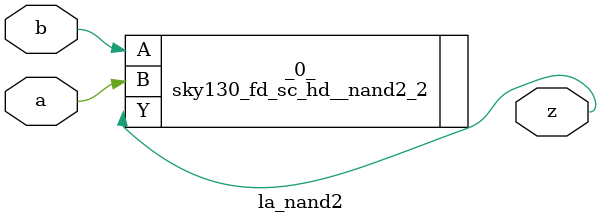
<source format=v>

/* Generated by Yosys 0.44 (git sha1 80ba43d26, g++ 11.4.0-1ubuntu1~22.04 -fPIC -O3) */

(* top =  1  *)
(* src = "generated" *)
module la_nand2 (
    a,
    b,
    z
);
  (* src = "generated" *)
  input a;
  wire a;
  (* src = "generated" *)
  input b;
  wire b;
  (* src = "generated" *)
  output z;
  wire z;
  sky130_fd_sc_hd__nand2_2 _0_ (
      .A(b),
      .B(a),
      .Y(z)
  );
endmodule

</source>
